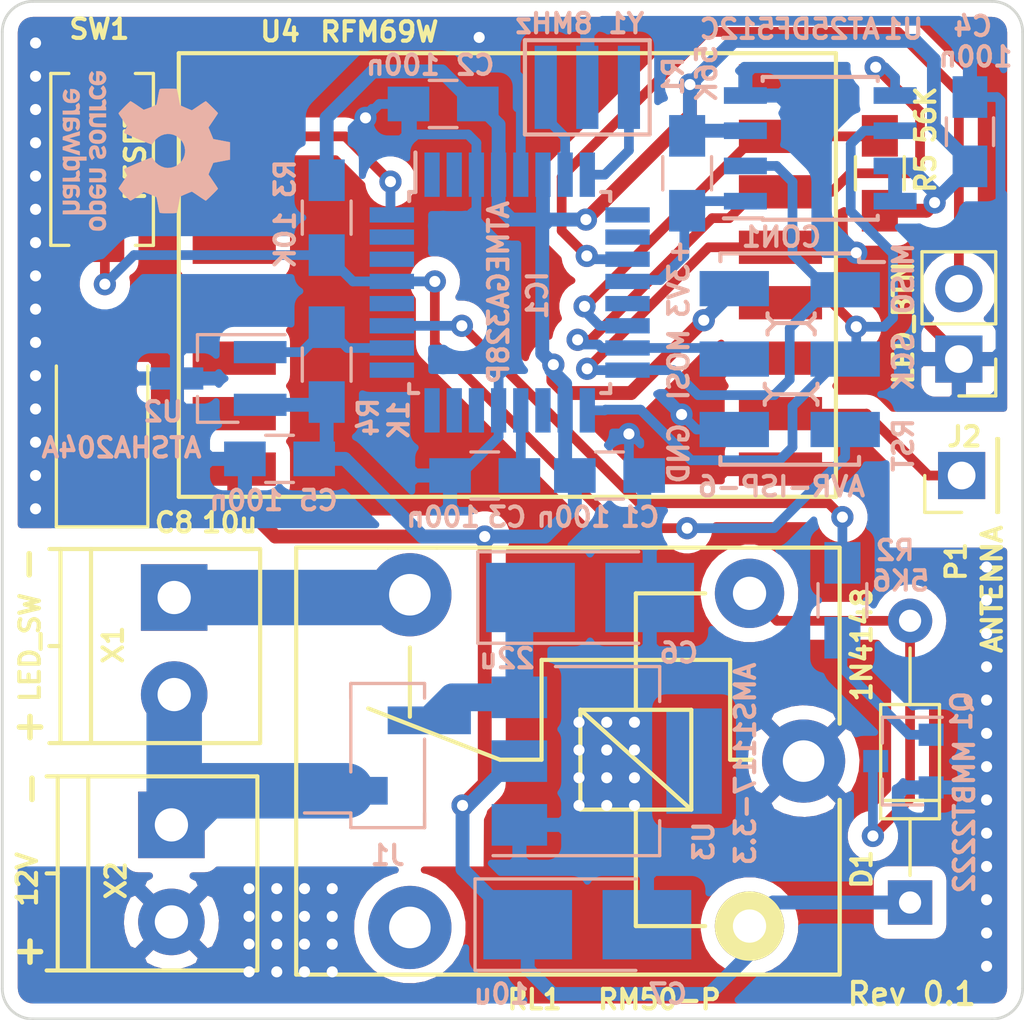
<source format=kicad_pcb>
(kicad_pcb (version 20170123) (host pcbnew no-vcs-found-feba091~58~ubuntu16.04.1)
  (layers (0 F.Cu signal) (31 B.Cu signal) (34 B.Paste user) (35 F.Paste user) (36 B.SilkS user) (37 F.SilkS user) (38 B.Mask user) (39 F.Mask user) (44 Edge.Cuts user))
  (net 0 "")
  (net 1 GND)
  (net 2 +3V3)
  (net 3 "Net-(C3-Pad2)")
  (net 4 "Net-(C6-Pad1)")
  (net 5 /MISO)
  (net 6 /SCK)
  (net 7 /RST)
  (net 8 /MOSI)
  (net 9 "Net-(D1-Pad2)")
  (net 10 /RFM69W_INT)
  (net 11 /LED_RELAY_CMD)
  (net 12 /ATSHA204A)
  (net 13 /RFM69W_SS)
  (net 14 /SPI_FLASH_SS)
  (net 15 "Net-(IC1-Pad8)")
  (net 16 "Net-(IC1-Pad7)")
  (net 17 /LED_12V)
  (net 18 "Net-(P1-Pad1)")
  (net 19 "Net-(Q1-Pad1)")
  (net 20 "Net-(RL1-Pad14)")
  (net 21 /LED_BTN)
  (module myfootprints:1pin (layer F.Cu) (at 146.7 87.5)
    (fp_text reference REF** hide)
    (fp_text value 1pin hide)
    (pad "" thru_hole circle (at 0 0) (size 0.8 0.8) (drill 0.4) (layers *.Cu) (net 1 GND))
  )
  (module myfootprints:1pin (layer F.Cu) (at 146.7 77.9)
    (fp_text reference REF** hide)
    (fp_text value 1pin hide)
    (pad "" thru_hole circle (at 0 0) (size 0.8 0.8) (drill 0.4) (layers *.Cu) (net 1 GND))
  )
  (module myfootprints:1pin (layer F.Cu) (at 146.7 86.3)
    (fp_text reference REF** hide)
    (fp_text value 1pin hide)
    (pad "" thru_hole circle (at 0 0) (size 0.8 0.8) (drill 0.4) (layers *.Cu) (net 1 GND))
  )
  (module myfootprints:1pin (layer F.Cu) (at 146.7 89.9)
    (fp_text reference REF** hide)
    (fp_text value 1pin hide)
    (pad "" thru_hole circle (at 0 0) (size 0.8 0.8) (drill 0.4) (layers *.Cu) (net 1 GND))
  )
  (module myfootprints:1pin (layer F.Cu) (at 146.7 79.1)
    (fp_text reference REF** hide)
    (fp_text value 1pin hide)
    (pad "" thru_hole circle (at 0 0) (size 0.8 0.8) (drill 0.4) (layers *.Cu) (net 1 GND))
  )
  (module myfootprints:1pin (layer F.Cu) (at 146.7 88.7)
    (fp_text reference REF** hide)
    (fp_text value 1pin hide)
    (pad "" thru_hole circle (at 0 0) (size 0.8 0.8) (drill 0.4) (layers *.Cu) (net 1 GND))
  )
  (module myfootprints:1pin (layer F.Cu) (at 146.7 82.7)
    (fp_text reference REF** hide)
    (fp_text value 1pin hide)
    (pad "" thru_hole circle (at 0 0) (size 0.8 0.8) (drill 0.4) (layers *.Cu) (net 1 GND))
  )
  (module myfootprints:1pin (layer F.Cu) (at 146.7 76.7)
    (fp_text reference REF** hide)
    (fp_text value 1pin hide)
    (pad "" thru_hole circle (at 0 0) (size 0.8 0.8) (drill 0.4) (layers *.Cu) (net 1 GND))
  )
  (module myfootprints:1pin (layer F.Cu) (at 146.7 81.5)
    (fp_text reference REF** hide)
    (fp_text value 1pin hide)
    (pad "" thru_hole circle (at 0 0) (size 0.8 0.8) (drill 0.4) (layers *.Cu) (net 1 GND))
  )
  (module myfootprints:1pin (layer F.Cu) (at 146.7 83.9)
    (fp_text reference REF** hide)
    (fp_text value 1pin hide)
    (pad "" thru_hole circle (at 0 0) (size 0.8 0.8) (drill 0.4) (layers *.Cu) (net 1 GND))
  )
  (module myfootprints:1pin (layer F.Cu) (at 146.7 80.3)
    (fp_text reference REF** hide)
    (fp_text value 1pin hide)
    (pad "" thru_hole circle (at 0 0) (size 0.8 0.8) (drill 0.4) (layers *.Cu) (net 1 GND))
  )
  (module myfootprints:1pin (layer F.Cu) (at 146.7 85.1)
    (fp_text reference REF** hide)
    (fp_text value 1pin hide)
    (pad "" thru_hole circle (at 0 0) (size 0.8 0.8) (drill 0.4) (layers *.Cu) (net 1 GND))
  )
  (module myfootprints:1pin (layer F.Cu) (at 146.7 91.1)
    (fp_text reference REF** hide)
    (fp_text value 1pin hide)
    (pad "" thru_hole circle (at 0 0) (size 0.8 0.8) (drill 0.4) (layers *.Cu) (net 1 GND))
  )
  (module myfootprints:1pin (layer F.Cu) (at 134 85.3)
    (fp_text reference REF** hide)
    (fp_text value 1pin hide)
    (pad "" thru_hole circle (at 0 0) (size 0.8 0.8) (drill 0.4) (layers *.Cu) (net 1 GND))
  )
  (module myfootprints:1pin (layer F.Cu) (at 133 85.3)
    (fp_text reference REF** hide)
    (fp_text value 1pin hide)
    (pad "" thru_hole circle (at 0 0) (size 0.8 0.8) (drill 0.4) (layers *.Cu) (net 1 GND))
  )
  (module myfootprints:1pin (layer F.Cu) (at 133 84.3)
    (fp_text reference REF** hide)
    (fp_text value 1pin hide)
    (pad "" thru_hole circle (at 0 0) (size 0.8 0.8) (drill 0.4) (layers *.Cu) (net 1 GND))
  )
  (module myfootprints:1pin (layer F.Cu) (at 134 83.3)
    (fp_text reference REF** hide)
    (fp_text value 1pin hide)
    (pad "" thru_hole circle (at 0 0) (size 0.8 0.8) (drill 0.4) (layers *.Cu) (net 1 GND))
  )
  (module myfootprints:1pin (layer F.Cu) (at 132 84.3)
    (fp_text reference REF** hide)
    (fp_text value 1pin hide)
    (pad "" thru_hole circle (at 0 0) (size 0.8 0.8) (drill 0.4) (layers *.Cu) (net 1 GND))
  )
  (module myfootprints:1pin (layer F.Cu) (at 134 84.3)
    (fp_text reference REF** hide)
    (fp_text value 1pin hide)
    (pad "" thru_hole circle (at 0 0) (size 0.8 0.8) (drill 0.4) (layers *.Cu) (net 1 GND))
  )
  (module myfootprints:1pin (layer F.Cu) (at 132 83.3)
    (fp_text reference REF** hide)
    (fp_text value 1pin hide)
    (pad "" thru_hole circle (at 0 0) (size 0.8 0.8) (drill 0.4) (layers *.Cu) (net 1 GND))
  )
  (module myfootprints:1pin (layer F.Cu) (at 132 82.3)
    (fp_text reference REF** hide)
    (fp_text value 1pin hide)
    (pad "" thru_hole circle (at 0 0) (size 0.8 0.8) (drill 0.4) (layers *.Cu) (net 1 GND))
  )
  (module myfootprints:1pin (layer F.Cu) (at 133 82.3)
    (fp_text reference REF** hide)
    (fp_text value 1pin hide)
    (pad "" thru_hole circle (at 0 0) (size 0.8 0.8) (drill 0.4) (layers *.Cu) (net 1 GND))
  )
  (module myfootprints:1pin (layer F.Cu) (at 134 82.3)
    (fp_text reference REF** hide)
    (fp_text value 1pin hide)
    (pad "" thru_hole circle (at 0 0) (size 0.8 0.8) (drill 0.4) (layers *.Cu) (net 1 GND))
  )
  (module myfootprints:1pin (layer F.Cu) (at 133 83.3)
    (fp_text reference REF** hide)
    (fp_text value 1pin hide)
    (pad "" thru_hole circle (at 0 0) (size 0.8 0.8) (drill 0.4) (layers *.Cu) (net 1 GND))
  )
  (module myfootprints:1pin (layer F.Cu) (at 132 85.3)
    (fp_text reference REF** hide)
    (fp_text value 1pin hide)
    (pad "" thru_hole circle (at 0 0) (size 0.8 0.8) (drill 0.4) (layers *.Cu) (net 1 GND))
  )
  (module myfootprints:1pin (layer F.Cu) (at 123.1 91.3)
    (fp_text reference REF** hide)
    (fp_text value 1pin hide)
    (pad "" thru_hole circle (at 0 0) (size 0.8 0.8) (drill 0.4) (layers *.Cu) (net 1 GND))
  )
  (module myfootprints:1pin (layer F.Cu) (at 122.1 91.3)
    (fp_text reference REF** hide)
    (fp_text value 1pin hide)
    (pad "" thru_hole circle (at 0 0) (size 0.8 0.8) (drill 0.4) (layers *.Cu) (net 1 GND))
  )
  (module myfootprints:1pin (layer F.Cu) (at 121.1 91.3)
    (fp_text reference REF** hide)
    (fp_text value 1pin hide)
    (pad "" thru_hole circle (at 0 0) (size 0.8 0.8) (drill 0.4) (layers *.Cu) (net 1 GND))
  )
  (module myfootprints:1pin (layer F.Cu) (at 120.1 91.3)
    (fp_text reference REF** hide)
    (fp_text value 1pin hide)
    (pad "" thru_hole circle (at 0 0) (size 0.8 0.8) (drill 0.4) (layers *.Cu) (net 1 GND))
  )
  (module myfootprints:1pin (layer F.Cu) (at 123.1 90.3)
    (fp_text reference REF** hide)
    (fp_text value 1pin hide)
    (pad "" thru_hole circle (at 0 0) (size 0.8 0.8) (drill 0.4) (layers *.Cu) (net 1 GND))
  )
  (module myfootprints:1pin (layer F.Cu) (at 122.1 90.3)
    (fp_text reference REF** hide)
    (fp_text value 1pin hide)
    (pad "" thru_hole circle (at 0 0) (size 0.8 0.8) (drill 0.4) (layers *.Cu) (net 1 GND))
  )
  (module myfootprints:1pin (layer F.Cu) (at 121.1 90.3)
    (fp_text reference REF** hide)
    (fp_text value 1pin hide)
    (pad "" thru_hole circle (at 0 0) (size 0.8 0.8) (drill 0.4) (layers *.Cu) (net 1 GND))
  )
  (module myfootprints:1pin (layer F.Cu) (at 120.1 90.3)
    (fp_text reference REF** hide)
    (fp_text value 1pin hide)
    (pad "" thru_hole circle (at 0 0) (size 0.8 0.8) (drill 0.4) (layers *.Cu) (net 1 GND))
  )
  (module myfootprints:1pin (layer F.Cu) (at 123.1 89.3)
    (fp_text reference REF** hide)
    (fp_text value 1pin hide)
    (pad "" thru_hole circle (at 0 0) (size 0.8 0.8) (drill 0.4) (layers *.Cu) (net 1 GND))
  )
  (module myfootprints:1pin (layer F.Cu) (at 122.1 89.3)
    (fp_text reference REF** hide)
    (fp_text value 1pin hide)
    (pad "" thru_hole circle (at 0 0) (size 0.8 0.8) (drill 0.4) (layers *.Cu) (net 1 GND))
  )
  (module myfootprints:1pin (layer F.Cu) (at 121.1 89.3)
    (fp_text reference REF** hide)
    (fp_text value 1pin hide)
    (pad "" thru_hole circle (at 0 0) (size 0.8 0.8) (drill 0.4) (layers *.Cu) (net 1 GND))
  )
  (module myfootprints:1pin (layer F.Cu) (at 120.1 89.3)
    (fp_text reference REF** hide)
    (fp_text value 1pin hide)
    (pad "" thru_hole circle (at 0 0) (size 0.8 0.8) (drill 0.4) (layers *.Cu) (net 1 GND))
  )
  (module myfootprints:1pin (layer F.Cu) (at 123.1 88.3)
    (fp_text reference REF** hide)
    (fp_text value 1pin hide)
    (pad "" thru_hole circle (at 0 0) (size 0.8 0.8) (drill 0.4) (layers *.Cu) (net 1 GND))
  )
  (module myfootprints:1pin (layer F.Cu) (at 122.1 88.3)
    (fp_text reference REF** hide)
    (fp_text value 1pin hide)
    (pad "" thru_hole circle (at 0 0) (size 0.8 0.8) (drill 0.4) (layers *.Cu) (net 1 GND))
  )
  (module myfootprints:1pin (layer F.Cu) (at 121.1 88.3)
    (fp_text reference REF** hide)
    (fp_text value 1pin hide)
    (pad "" thru_hole circle (at 0 0) (size 0.8 0.8) (drill 0.4) (layers *.Cu) (net 1 GND))
  )
  (module myfootprints:1pin (layer F.Cu) (at 120.1 88.3)
    (fp_text reference REF** hide)
    (fp_text value 1pin hide)
    (pad "" thru_hole circle (at 0 0) (size 0.8 0.8) (drill 0.4) (layers *.Cu) (net 1 GND))
  )
  (module myfootprints:1pin (layer F.Cu) (at 112.4 74.6)
    (fp_text reference REF** hide)
    (fp_text value 1pin hide)
    (pad "" thru_hole circle (at 0 0) (size 0.8 0.8) (drill 0.4) (layers *.Cu) (net 1 GND))
  )
  (module myfootprints:1pin (layer F.Cu) (at 112.4 73.4)
    (fp_text reference REF** hide)
    (fp_text value 1pin hide)
    (pad "" thru_hole circle (at 0 0) (size 0.8 0.8) (drill 0.4) (layers *.Cu) (net 1 GND))
  )
  (module myfootprints:1pin (layer F.Cu) (at 112.4 72.2)
    (fp_text reference REF** hide)
    (fp_text value 1pin hide)
    (pad "" thru_hole circle (at 0 0) (size 0.8 0.8) (drill 0.4) (layers *.Cu) (net 1 GND))
  )
  (module myfootprints:1pin (layer F.Cu) (at 112.4 71)
    (fp_text reference REF** hide)
    (fp_text value 1pin hide)
    (pad "" thru_hole circle (at 0 0) (size 0.8 0.8) (drill 0.4) (layers *.Cu) (net 1 GND))
  )
  (module myfootprints:1pin (layer F.Cu) (at 112.4 69.8)
    (fp_text reference REF** hide)
    (fp_text value 1pin hide)
    (pad "" thru_hole circle (at 0 0) (size 0.8 0.8) (drill 0.4) (layers *.Cu) (net 1 GND))
  )
  (module myfootprints:1pin (layer F.Cu) (at 112.4 68.6)
    (fp_text reference REF** hide)
    (fp_text value 1pin hide)
    (pad "" thru_hole circle (at 0 0) (size 0.8 0.8) (drill 0.4) (layers *.Cu) (net 1 GND))
  )
  (module myfootprints:1pin (layer F.Cu) (at 112.4 67.4)
    (fp_text reference REF** hide)
    (fp_text value 1pin hide)
    (pad "" thru_hole circle (at 0 0) (size 0.8 0.8) (drill 0.4) (layers *.Cu) (net 1 GND))
  )
  (module myfootprints:1pin (layer F.Cu) (at 112.4 66.2)
    (fp_text reference REF** hide)
    (fp_text value 1pin hide)
    (pad "" thru_hole circle (at 0 0) (size 0.8 0.8) (drill 0.4) (layers *.Cu) (net 1 GND))
  )
  (module myfootprints:1pin (layer F.Cu) (at 112.4 65)
    (fp_text reference REF** hide)
    (fp_text value 1pin hide)
    (pad "" thru_hole circle (at 0 0) (size 0.8 0.8) (drill 0.4) (layers *.Cu) (net 1 GND))
  )
  (module myfootprints:1pin (layer F.Cu) (at 112.4 63.8)
    (fp_text reference REF** hide)
    (fp_text value 1pin hide)
    (pad "" thru_hole circle (at 0 0) (size 0.8 0.8) (drill 0.4) (layers *.Cu) (net 1 GND))
  )
  (module myfootprints:1pin (layer F.Cu) (at 112.4 62.6)
    (fp_text reference REF** hide)
    (fp_text value 1pin hide)
    (pad "" thru_hole circle (at 0 0) (size 0.8 0.8) (drill 0.4) (layers *.Cu) (net 1 GND))
  )
  (module myfootprints:1pin (layer F.Cu) (at 112.4 61.4)
    (fp_text reference REF** hide)
    (fp_text value 1pin hide)
    (pad "" thru_hole circle (at 0 0) (size 0.8 0.8) (drill 0.4) (layers *.Cu) (net 1 GND))
  )
  (module myfootprints:1pin (layer F.Cu) (at 112.4 60.2)
    (fp_text reference REF** hide)
    (fp_text value 1pin hide)
    (pad "" thru_hole circle (at 0 0) (size 0.8 0.8) (drill 0.4) (layers *.Cu) (net 1 GND))
  )
  (module myfootprints:1pin (layer F.Cu) (at 112.4 59)
    (fp_text reference REF** hide)
    (fp_text value 1pin hide)
    (pad "" thru_hole circle (at 0 0) (size 0.8 0.8) (drill 0.4) (layers *.Cu) (net 1 GND))
  )
  (module myfootprints:1pin (layer F.Cu) (at 112.4 57.8)
    (fp_text reference REF** hide)
    (fp_text value 1pin hide)
    (pad "" thru_hole circle (at 0 0) (size 0.8 0.8) (drill 0.4) (layers *.Cu) (net 1 GND))
  )
  (module Symbols:OSHW-Logo_5.7x6mm_SilkScreen (layer B.Cu) (at 116.4 61.7 90)
    (fp_text reference REF*** hide)
    (fp_text value OSHW-Logo_5.7x6mm_SilkScreen hide)
  )
  (module Buttons_Switches_SMD:SW_SPST_EVQPE1 (layer F.Cu) (at 114.8 62 90)
    (fp_text reference SW1 (at 4.7 -0.1 180) (layer F.SilkS) (effects (font (size 0.7 0.7))))
    (fp_text value RESET (at 0.1 1.2 90) (layer F.SilkS) (effects (font (size 0.7 0.7))))
    (pad 2 smd rect (at 2.7 0 90) (size 2 1.6) (layers F.Cu F.Paste F.Mask) (net 1 GND))
    (pad 1 smd rect (at -2.7 0 90) (size 2 1.6) (layers F.Cu F.Paste F.Mask) (net 7 /RST))
  )
  (module Pin_Headers:Pin_Header_Straight_1x02_Pitch2.54mm_SMD_Pin1Left (layer B.Cu) (at 125.1 83.5)
    (fp_text reference J1 (at 0 3.6) (layer B.SilkS) (effects (font (size 0.7 0.7)) (justify mirror)))
    (fp_text value CONN_01X02 hide)
    (pad 1 smd rect (at -1.5 1.27) (size 3 1) (layers B.Cu B.Paste B.Mask) (net 17 /LED_12V))
    (pad 2 smd rect (at 1.5 -1.27) (size 3 1) (layers B.Cu B.Paste B.Mask) (net 4 "Net-(C6-Pad1)"))
  )
  (module Capacitors_SMD:C_0805_HandSoldering (layer B.Cu) (at 133.1 73.4 180)
    (fp_text reference C1 (at -1.1 -1.5 180) (layer B.SilkS) (effects (font (size 0.7 0.7)) (justify mirror)))
    (fp_text value 100n (at 1.3 -1.5 180) (layer B.SilkS) (effects (font (size 0.7 0.7)) (justify mirror)))
    (pad 1 smd rect (at -1.25 0 180) (size 1.5 1.25) (layers B.Cu B.Paste B.Mask) (net 1 GND))
    (pad 2 smd rect (at 1.25 0 180) (size 1.5 1.25) (layers B.Cu B.Paste B.Mask) (net 2 +3V3))
  )
  (module Capacitors_SMD:C_0805_HandSoldering (layer B.Cu) (at 127.1 60)
    (fp_text reference C2 (at 1.15 -1.4) (layer B.SilkS) (effects (font (size 0.7 0.7)) (justify mirror)))
    (fp_text value 100n (at -1.45 -1.4) (layer B.SilkS) (effects (font (size 0.7 0.7)) (justify mirror)))
    (pad 2 smd rect (at 1.25 0) (size 1.5 1.25) (layers B.Cu B.Paste B.Mask) (net 2 +3V3))
    (pad 1 smd rect (at -1.25 0) (size 1.5 1.25) (layers B.Cu B.Paste B.Mask) (net 1 GND))
  )
  (module Capacitors_SMD:C_0805_HandSoldering (layer B.Cu) (at 128.6 73.4)
    (fp_text reference C3 (at 0.8 1.5) (layer B.SilkS) (effects (font (size 0.7 0.7)) (justify mirror)))
    (fp_text value 100n (at -1.5 1.5) (layer B.SilkS) (effects (font (size 0.7 0.7)) (justify mirror)))
    (pad 2 smd rect (at 1.25 0) (size 1.5 1.25) (layers B.Cu B.Paste B.Mask) (net 3 "Net-(C3-Pad2)"))
    (pad 1 smd rect (at -1.25 0) (size 1.5 1.25) (layers B.Cu B.Paste B.Mask) (net 1 GND))
  )
  (module Capacitors_SMD:C_0805_HandSoldering (layer B.Cu) (at 146.1 61 90)
    (fp_text reference C4 (at 3.8 0.1 180) (layer B.SilkS) (effects (font (size 0.7 0.7)) (justify mirror)))
    (fp_text value 100n (at 2.7 0.2 180) (layer B.SilkS) (effects (font (size 0.7 0.7)) (justify mirror)))
    (pad 1 smd rect (at -1.25 0 90) (size 1.5 1.25) (layers B.Cu B.Paste B.Mask) (net 2 +3V3))
    (pad 2 smd rect (at 1.25 0 90) (size 1.5 1.25) (layers B.Cu B.Paste B.Mask) (net 1 GND))
  )
  (module Capacitors_SMD:C_0805_HandSoldering (layer B.Cu) (at 121.2 72.8 180)
    (fp_text reference C5 (at -1.4 -1.5 180) (layer B.SilkS) (effects (font (size 0.7 0.7)) (justify mirror)))
    (fp_text value 100n (at 1.2 -1.5 180) (layer B.SilkS) (effects (font (size 0.7 0.7)) (justify mirror)))
    (pad 2 smd rect (at 1.25 0 180) (size 1.5 1.25) (layers B.Cu B.Paste B.Mask) (net 1 GND))
    (pad 1 smd rect (at -1.25 0 180) (size 1.5 1.25) (layers B.Cu B.Paste B.Mask) (net 2 +3V3))
  )
  (module Capacitors_Tantalum_SMD:CP_Tantalum_Case-B_EIA-3528-21_Hand (layer B.Cu) (at 132.4 77.8)
    (fp_text reference C6 (at 3.2 2) (layer B.SilkS) (effects (font (size 0.7 0.7)) (justify mirror)))
    (fp_text value 22u (at -3 2.2) (layer B.SilkS) (effects (font (size 0.7 0.7)) (justify mirror)))
    (pad 1 smd rect (at -2.15 0) (size 3.2 2.5) (layers B.Cu B.Paste B.Mask) (net 4 "Net-(C6-Pad1)"))
    (pad 2 smd rect (at 2.15 0) (size 3.2 2.5) (layers B.Cu B.Paste B.Mask) (net 1 GND))
  )
  (module Capacitors_Tantalum_SMD:CP_Tantalum_Case-B_EIA-3528-21_Hand (layer B.Cu) (at 132.3 89.6)
    (fp_text reference C7 (at 2.9 2.5) (layer B.SilkS) (effects (font (size 0.7 0.7)) (justify mirror)))
    (fp_text value 10u (at -3.1 2.5) (layer B.SilkS) (effects (font (size 0.7 0.7)) (justify mirror)))
    (pad 2 smd rect (at 2.15 0) (size 3.2 2.5) (layers B.Cu B.Paste B.Mask) (net 1 GND))
    (pad 1 smd rect (at -2.15 0) (size 3.2 2.5) (layers B.Cu B.Paste B.Mask) (net 2 +3V3))
  )
  (module Capacitors_Tantalum_SMD:CP_Tantalum_Case-B_EIA-3528-21_Hand (layer F.Cu) (at 114.8 71.2 90)
    (fp_text reference C8 (at -3.9 2.6 180) (layer F.SilkS) (effects (font (size 0.7 0.7))))
    (fp_text value 10u (at -3.9 4.6 180) (layer F.SilkS) (effects (font (size 0.7 0.7))))
    (pad 2 smd rect (at 2.15 0 90) (size 3.2 2.5) (layers F.Cu F.Paste F.Mask) (net 1 GND))
    (pad 1 smd rect (at -2.15 0 90) (size 3.2 2.5) (layers F.Cu F.Paste F.Mask) (net 2 +3V3))
  )
  (module myfootprints:AVR_ISP_SMT_Small_02x03 (layer B.Cu) (at 139.6 69.2 270)
    (fp_text reference CON1 (at -4.4 0.3 180) (layer B.SilkS) (effects (font (size 0.7 0.7)) (justify mirror)))
    (fp_text value AVR-ISP-6 (at 4.6 0.3 180) (layer B.SilkS) (effects (font (size 0.7 0.7)) (justify mirror)))
    (pad 1 smd rect (at -2.5 -2 270) (size 1.27 2.5) (layers B.Cu B.Paste B.Mask) (net 5 /MISO))
    (pad 3 smd rect (at 0 -2 270) (size 1.27 2.5) (layers B.Cu B.Paste B.Mask) (net 6 /SCK))
    (pad 5 smd rect (at 2.54 -2 270) (size 1.27 2.5) (layers B.Cu B.Paste B.Mask) (net 7 /RST))
    (pad 6 smd rect (at 2.54 2 270) (size 1.27 2.5) (layers B.Cu B.Paste B.Mask) (net 1 GND))
    (pad 4 smd rect (at 0 2 270) (size 1.27 2.5) (layers B.Cu B.Paste B.Mask) (net 8 /MOSI))
    (pad 2 smd rect (at -2.54 2 270) (size 1.27 2.5) (layers B.Cu B.Paste B.Mask) (net 2 +3V3))
  )
  (module Diodes_ThroughHole:D_DO-35_SOD27_P10.16mm_Horizontal (layer F.Cu) (at 143.94 88.8 90)
    (fp_text reference D1 (at 1.2 -1.74 90) (layer F.SilkS) (effects (font (size 0.7 0.7))))
    (fp_text value 1N4148 (at 9.3 -1.74 90) (layer F.SilkS) (effects (font (size 0.7 0.7))))
    (pad 2 thru_hole oval (at 10.16 0 90) (size 1.6 1.6) (drill 0.8) (layers *.Cu *.Mask) (net 9 "Net-(D1-Pad2)"))
    (pad 1 thru_hole rect (at 0 0 90) (size 1.6 1.6) (drill 0.8) (layers *.Cu *.Mask) (net 2 +3V3))
  )
  (module Housings_QFP:TQFP-32_7x7mm_Pitch0.8mm (layer B.Cu) (at 129.5 66.8 270)
    (fp_text reference IC1 hide)
    (fp_text value ATMEGA328P (at 0 0.4 270) (layer B.SilkS) (effects (font (size 0.7 0.7)) (justify mirror)))
    (fp_text user %R (at 0.1 -1 270) (layer B.SilkS) (effects (font (size 0.7 0.7)) (justify mirror)))
    (pad 32 smd rect (at -2.8 4.25 180) (size 1.6 0.55) (layers B.Cu B.Paste B.Mask) (net 10 /RFM69W_INT))
    (pad 31 smd rect (at -2 4.25 180) (size 1.6 0.55) (layers B.Cu B.Paste B.Mask))
    (pad 30 smd rect (at -1.2 4.25 180) (size 1.6 0.55) (layers B.Cu B.Paste B.Mask))
    (pad 29 smd rect (at -0.4 4.25 180) (size 1.6 0.55) (layers B.Cu B.Paste B.Mask) (net 7 /RST))
    (pad 28 smd rect (at 0.4 4.25 180) (size 1.6 0.55) (layers B.Cu B.Paste B.Mask))
    (pad 27 smd rect (at 1.2 4.25 180) (size 1.6 0.55) (layers B.Cu B.Paste B.Mask) (net 11 /LED_RELAY_CMD))
    (pad 26 smd rect (at 2 4.25 180) (size 1.6 0.55) (layers B.Cu B.Paste B.Mask) (net 12 /ATSHA204A))
    (pad 25 smd rect (at 2.8 4.25 180) (size 1.6 0.55) (layers B.Cu B.Paste B.Mask))
    (pad 24 smd rect (at 4.25 2.8 270) (size 1.6 0.55) (layers B.Cu B.Paste B.Mask))
    (pad 23 smd rect (at 4.25 2 270) (size 1.6 0.55) (layers B.Cu B.Paste B.Mask))
    (pad 22 smd rect (at 4.25 1.2 270) (size 1.6 0.55) (layers B.Cu B.Paste B.Mask))
    (pad 21 smd rect (at 4.25 0.4 270) (size 1.6 0.55) (layers B.Cu B.Paste B.Mask) (net 1 GND))
    (pad 20 smd rect (at 4.25 -0.4 270) (size 1.6 0.55) (layers B.Cu B.Paste B.Mask) (net 3 "Net-(C3-Pad2)"))
    (pad 19 smd rect (at 4.25 -1.2 270) (size 1.6 0.55) (layers B.Cu B.Paste B.Mask))
    (pad 18 smd rect (at 4.25 -2 270) (size 1.6 0.55) (layers B.Cu B.Paste B.Mask) (net 2 +3V3))
    (pad 17 smd rect (at 4.25 -2.8 270) (size 1.6 0.55) (layers B.Cu B.Paste B.Mask) (net 6 /SCK))
    (pad 16 smd rect (at 2.8 -4.25 180) (size 1.6 0.55) (layers B.Cu B.Paste B.Mask) (net 5 /MISO))
    (pad 15 smd rect (at 2 -4.25 180) (size 1.6 0.55) (layers B.Cu B.Paste B.Mask) (net 8 /MOSI))
    (pad 14 smd rect (at 1.2 -4.25 180) (size 1.6 0.55) (layers B.Cu B.Paste B.Mask) (net 13 /RFM69W_SS))
    (pad 13 smd rect (at 0.4 -4.25 180) (size 1.6 0.55) (layers B.Cu B.Paste B.Mask))
    (pad 12 smd rect (at -0.4 -4.25 180) (size 1.6 0.55) (layers B.Cu B.Paste B.Mask) (net 14 /SPI_FLASH_SS))
    (pad 11 smd rect (at -1.2 -4.25 180) (size 1.6 0.55) (layers B.Cu B.Paste B.Mask) (net 21 /LED_BTN))
    (pad 10 smd rect (at -2 -4.25 180) (size 1.6 0.55) (layers B.Cu B.Paste B.Mask))
    (pad 9 smd rect (at -2.8 -4.25 180) (size 1.6 0.55) (layers B.Cu B.Paste B.Mask))
    (pad 8 smd rect (at -4.25 -2.8 270) (size 1.6 0.55) (layers B.Cu B.Paste B.Mask) (net 15 "Net-(IC1-Pad8)"))
    (pad 7 smd rect (at -4.25 -2 270) (size 1.6 0.55) (layers B.Cu B.Paste B.Mask) (net 16 "Net-(IC1-Pad7)"))
    (pad 6 smd rect (at -4.25 -1.2 270) (size 1.6 0.55) (layers B.Cu B.Paste B.Mask) (net 2 +3V3))
    (pad 5 smd rect (at -4.25 -0.4 270) (size 1.6 0.55) (layers B.Cu B.Paste B.Mask) (net 1 GND))
    (pad 4 smd rect (at -4.25 0.4 270) (size 1.6 0.55) (layers B.Cu B.Paste B.Mask) (net 2 +3V3))
    (pad 3 smd rect (at -4.25 1.2 270) (size 1.6 0.55) (layers B.Cu B.Paste B.Mask) (net 1 GND))
    (pad 2 smd rect (at -4.25 2 270) (size 1.6 0.55) (layers B.Cu B.Paste B.Mask))
    (pad 1 smd rect (at -4.25 2.8 270) (size 1.6 0.55) (layers B.Cu B.Paste B.Mask))
  )
  (module Pin_Headers:Pin_Header_Straight_1x01_Pitch2.54mm (layer F.Cu) (at 145.8 73.4 90)
    (fp_text reference P1 (at -3.1 -0.2 90) (layer F.SilkS) (effects (font (size 0.7 0.7))))
    (fp_text value ANTENNA (at -4.1 1.1 90) (layer F.SilkS) (effects (font (size 0.7 0.7))))
    (pad 1 thru_hole rect (at 0 0 90) (size 1.7 1.7) (drill 1) (layers *.Cu *.Mask) (net 18 "Net-(P1-Pad1)"))
  )
  (module TO_SOT_Packages_SMD:SOT-23 (layer B.Cu) (at 143.7 83.7 180)
    (fp_text reference Q1 (at -2.1 1.8 270) (layer B.SilkS) (effects (font (size 0.7 0.7)) (justify mirror)))
    (fp_text value MMBT2222 (at -2.2 -2 270) (layer B.SilkS) (effects (font (size 0.7 0.7)) (justify mirror)))
    (pad 3 smd rect (at 1 0 180) (size 0.9 0.8) (layers B.Cu B.Paste B.Mask) (net 9 "Net-(D1-Pad2)"))
    (pad 2 smd rect (at -1 -0.95 180) (size 0.9 0.8) (layers B.Cu B.Paste B.Mask) (net 1 GND))
    (pad 1 smd rect (at -1 0.95 180) (size 0.9 0.8) (layers B.Cu B.Paste B.Mask) (net 19 "Net-(Q1-Pad1)"))
  )
  (module Resistors_SMD:R_0805_HandSoldering (layer B.Cu) (at 135.9 62.5 90)
    (fp_text reference R1 (at 3.5 -0.5 90) (layer B.SilkS) (effects (font (size 0.7 0.7)) (justify mirror)))
    (fp_text value 56K (at 3.6 0.7 90) (layer B.SilkS) (effects (font (size 0.7 0.7)) (justify mirror)))
    (pad 1 smd rect (at -1.35 0 90) (size 1.5 1.3) (layers B.Cu B.Paste B.Mask) (net 14 /SPI_FLASH_SS))
    (pad 2 smd rect (at 1.35 0 90) (size 1.5 1.3) (layers B.Cu B.Paste B.Mask) (net 2 +3V3))
  )
  (module Resistors_SMD:R_0805_HandSoldering (layer B.Cu) (at 141.5 77.9 90)
    (fp_text reference R2 (at 1.8 1.9 180) (layer B.SilkS) (effects (font (size 0.7 0.7)) (justify mirror)))
    (fp_text value 5K6 (at 0.7 2.1 180) (layer B.SilkS) (effects (font (size 0.7 0.7)) (justify mirror)))
    (pad 2 smd rect (at 1.35 0 90) (size 1.5 1.3) (layers B.Cu B.Paste B.Mask) (net 11 /LED_RELAY_CMD))
    (pad 1 smd rect (at -1.35 0 90) (size 1.5 1.3) (layers B.Cu B.Paste B.Mask) (net 19 "Net-(Q1-Pad1)"))
  )
  (module Resistors_SMD:R_0805_HandSoldering (layer B.Cu) (at 122.9 64.1 270)
    (fp_text reference R3 (at -1.4 1.5 270) (layer B.SilkS) (effects (font (size 0.7 0.7)) (justify mirror)))
    (fp_text value 10K (at 0.8 1.5 270) (layer B.SilkS) (effects (font (size 0.7 0.7)) (justify mirror)))
    (pad 2 smd rect (at 1.35 0 270) (size 1.5 1.3) (layers B.Cu B.Paste B.Mask) (net 7 /RST))
    (pad 1 smd rect (at -1.35 0 270) (size 1.5 1.3) (layers B.Cu B.Paste B.Mask) (net 2 +3V3))
  )
  (module Resistors_SMD:R_0805_HandSoldering (layer B.Cu) (at 122.9 69.4 270)
    (fp_text reference R4 (at 1.9 -1.5 270) (layer B.SilkS) (effects (font (size 0.7 0.7)) (justify mirror)))
    (fp_text value 1K (at 2 -2.6 270) (layer B.SilkS) (effects (font (size 0.7 0.7)) (justify mirror)))
    (pad 2 smd rect (at 1.35 0 270) (size 1.5 1.3) (layers B.Cu B.Paste B.Mask) (net 2 +3V3))
    (pad 1 smd rect (at -1.35 0 270) (size 1.5 1.3) (layers B.Cu B.Paste B.Mask) (net 12 /ATSHA204A))
  )
  (module Resistors_SMD:R_0805_HandSoldering (layer F.Cu) (at 142.85 62.5 270)
    (fp_text reference R5 (at 0 -1.65 270) (layer F.SilkS) (effects (font (size 0.7 0.7))))
    (fp_text value 56K (at -2.1 -1.65 270) (layer F.SilkS) (effects (font (size 0.7 0.7))))
    (pad 1 smd rect (at -1.35 0 270) (size 1.5 1.3) (layers F.Cu F.Paste F.Mask) (net 13 /RFM69W_SS))
    (pad 2 smd rect (at 1.35 0 270) (size 1.5 1.3) (layers F.Cu F.Paste F.Mask) (net 2 +3V3))
  )
  (module myfootprints:RM50_P (layer F.Cu) (at 140.1 83.7 180)
    (fp_text reference RL1 (at 9.7 -8.6 180) (layer F.SilkS) (effects (font (size 0.7 0.7))))
    (fp_text value RM50-P (at 5.2 -8.6 180) (layer F.SilkS) (effects (font (size 0.7 0.7))))
    (pad A2 thru_hole circle (at 1.95 6.05 270) (size 2.5 2.5) (drill 1.2) (layers *.Cu *.Mask) (net 9 "Net-(D1-Pad2)"))
    (pad A1 thru_hole circle (at 1.95 -5.95 270) (size 2.5 2.5) (drill 1.2) (layers *.Cu *.Mask F.SilkS) (net 2 +3V3))
    (pad 11 thru_hole circle (at 0 0 270) (size 3 3) (drill 1.5) (layers *.Cu *.Mask) (net 1 GND))
    (pad 14 thru_hole circle (at 14.2 6 270) (size 3 3) (drill 1.5) (layers *.Cu *.Mask) (net 20 "Net-(RL1-Pad14)"))
    (pad 12 thru_hole circle (at 14.2 -6 270) (size 3 3) (drill 1.5) (layers *.Cu *.Mask))
  )
  (module Housings_SOIC:SOIC-8_3.9x4.9mm_Pitch1.27mm (layer B.Cu) (at 140.7 61.6)
    (fp_text reference U1 (at 3 -4.3) (layer B.SilkS) (effects (font (size 0.7 0.7)) (justify mirror)))
    (fp_text value AT25DF512C (at -1.1 -4.3) (layer B.SilkS) (effects (font (size 0.7 0.7)) (justify mirror)))
    (pad 8 smd rect (at 2.7 1.905) (size 1.55 0.6) (layers B.Cu B.Paste B.Mask) (net 2 +3V3))
    (pad 7 smd rect (at 2.7 0.635) (size 1.55 0.6) (layers B.Cu B.Paste B.Mask) (net 2 +3V3))
    (pad 6 smd rect (at 2.7 -0.635) (size 1.55 0.6) (layers B.Cu B.Paste B.Mask) (net 6 /SCK))
    (pad 5 smd rect (at 2.7 -1.905) (size 1.55 0.6) (layers B.Cu B.Paste B.Mask) (net 8 /MOSI))
    (pad 4 smd rect (at -2.7 -1.905) (size 1.55 0.6) (layers B.Cu B.Paste B.Mask) (net 1 GND))
    (pad 3 smd rect (at -2.7 -0.635) (size 1.55 0.6) (layers B.Cu B.Paste B.Mask) (net 2 +3V3))
    (pad 2 smd rect (at -2.7 0.635) (size 1.55 0.6) (layers B.Cu B.Paste B.Mask) (net 5 /MISO))
    (pad 1 smd rect (at -2.7 1.905) (size 1.55 0.6) (layers B.Cu B.Paste B.Mask) (net 14 /SPI_FLASH_SS))
  )
  (module TO_SOT_Packages_SMD:SOT-23_Handsoldering (layer B.Cu) (at 119 69.9 180)
    (fp_text reference U2 (at 2 -1.2 180) (layer B.SilkS) (effects (font (size 0.7 0.7)) (justify mirror)))
    (fp_text value ATSHA204A (at 3.5 -2.5 180) (layer B.SilkS) (effects (font (size 0.7 0.7)) (justify mirror)))
    (pad 3 smd rect (at 1.5 0 180) (size 1.9 0.8) (layers B.Cu B.Paste B.Mask) (net 1 GND))
    (pad 2 smd rect (at -1.5 -0.95 180) (size 1.9 0.8) (layers B.Cu B.Paste B.Mask) (net 2 +3V3))
    (pad 1 smd rect (at -1.5 0.95 180) (size 1.9 0.8) (layers B.Cu B.Paste B.Mask) (net 12 /ATSHA204A))
  )
  (module TO_SOT_Packages_SMD:SOT-223 (layer B.Cu) (at 133 83.7)
    (fp_text reference U3 (at 3.5 2.9 90) (layer B.SilkS) (effects (font (size 0.7 0.7)) (justify mirror)))
    (fp_text value AMS1117-3.3 (at 5 0.1 90) (layer B.SilkS) (effects (font (size 0.7 0.7)) (justify mirror)))
    (pad 1 smd rect (at -3.15 2.3) (size 2 1.5) (layers B.Cu B.Paste B.Mask) (net 1 GND))
    (pad 3 smd rect (at -3.15 -2.3) (size 2 1.5) (layers B.Cu B.Paste B.Mask) (net 4 "Net-(C6-Pad1)"))
    (pad 2 smd rect (at -3.15 0) (size 2 1.5) (layers B.Cu B.Paste B.Mask) (net 2 +3V3))
    (pad 4 smd rect (at 3.15 0) (size 2 3.8) (layers B.Cu B.Paste B.Mask))
  )
  (module mysensors_radios:RFM69HW_SMD_Handsoldering (layer F.Cu) (at 120.965935 59.168221)
    (fp_text reference U4 (at 0.254 -1.778) (layer F.SilkS) (effects (font (size 0.7 0.7))))
    (fp_text value RFM69W (at 3.834065 -1.768221) (layer F.SilkS) (effects (font (size 0.7 0.7))))
    (pad 16 smd rect (at 18.3 0) (size 3 1.2) (layers F.Cu F.Paste F.Mask))
    (pad 15 smd rect (at 18.3 2) (size 3 1.2) (layers F.Cu F.Paste F.Mask) (net 13 /RFM69W_SS))
    (pad 14 smd rect (at 18.3 4) (size 3 1.2) (layers F.Cu F.Paste F.Mask) (net 8 /MOSI))
    (pad 13 smd rect (at 18.3 6) (size 3 1.2) (layers F.Cu F.Paste F.Mask) (net 5 /MISO))
    (pad 12 smd rect (at 18.3 8) (size 3 1.2) (layers F.Cu F.Paste F.Mask) (net 6 /SCK))
    (pad 11 smd rect (at 18.3 10) (size 3 1.2) (layers F.Cu F.Paste F.Mask) (net 1 GND))
    (pad 10 smd rect (at 18.3 12) (size 3 1.2) (layers F.Cu F.Paste F.Mask) (net 18 "Net-(P1-Pad1)"))
    (pad 9 smd rect (at 18.3 14) (size 3 1.2) (layers F.Cu F.Paste F.Mask) (net 1 GND))
    (pad 8 smd rect (at -1.4 14) (size 3 1.2) (layers F.Cu F.Paste F.Mask) (net 2 +3V3))
    (pad 7 smd rect (at -1.4 12) (size 3 1.2) (layers F.Cu F.Paste F.Mask))
    (pad 6 smd rect (at -1.4 10) (size 3 1.2) (layers F.Cu F.Paste F.Mask))
    (pad 5 smd rect (at -1.4 8) (size 3 1.2) (layers F.Cu F.Paste F.Mask))
    (pad 4 smd rect (at -1.4 6) (size 3 1.2) (layers F.Cu F.Paste F.Mask))
    (pad 3 smd rect (at -1.4 4) (size 3 1.2) (layers F.Cu F.Paste F.Mask))
    (pad 2 smd rect (at -1.4 2) (size 3 1.2) (layers F.Cu F.Paste F.Mask) (net 10 /RFM69W_INT))
    (pad 1 smd rect (at -1.4 0) (size 3 1.2) (layers F.Cu F.Paste F.Mask))
  )
  (module Terminal_Blocks:TerminalBlock_Pheonix_PT-3.5mm_2pol (layer F.Cu) (at 117.4 77.8 270)
    (fp_text reference X1 (at 1.7 2.2 270) (layer F.SilkS) (effects (font (size 0.7 0.7))))
    (fp_text value LED_SW (at 1.8 5.2 270) (layer F.SilkS) (effects (font (size 0.7 0.7))))
    (pad 1 thru_hole rect (at 0 0 270) (size 2.4 2.4) (drill 1.2) (layers *.Cu *.Mask) (net 20 "Net-(RL1-Pad14)"))
    (pad 2 thru_hole circle (at 3.5 0 270) (size 2.4 2.4) (drill 1.2) (layers *.Cu *.Mask) (net 17 /LED_12V))
  )
  (module Terminal_Blocks:TerminalBlock_Pheonix_PT-3.5mm_2pol (layer F.Cu) (at 117.3 86 270)
    (fp_text reference X2 (at 2 2 270) (layer F.SilkS) (effects (font (size 0.7 0.7))))
    (fp_text value "12V " (at 1.7 5.2 270) (layer F.SilkS) (effects (font (size 0.7 0.7))))
    (pad 2 thru_hole circle (at 3.5 0 270) (size 2.4 2.4) (drill 1.2) (layers *.Cu *.Mask) (net 1 GND))
    (pad 1 thru_hole rect (at 0 0 270) (size 2.4 2.4) (drill 1.2) (layers *.Cu *.Mask) (net 17 /LED_12V))
  )
  (module myfootprints:ZTTCR-3 (layer B.Cu) (at 132.3 59.4 180)
    (fp_text reference Y1 (at -1.4 2.3 180) (layer B.SilkS) (effects (font (size 0.7 0.7)) (justify mirror)))
    (fp_text value 8MHz (at 1.2 2.3 180) (layer B.SilkS) (effects (font (size 0.7 0.7)) (justify mirror)))
    (pad 3 smd rect (at 1.5 0 180) (size 0.8 3) (layers B.Cu B.Paste B.Mask) (net 16 "Net-(IC1-Pad7)"))
    (pad 2 smd rect (at 0 0 180) (size 0.8 3) (layers B.Cu B.Paste B.Mask) (net 1 GND))
    (pad 1 smd rect (at -1.5 0 180) (size 0.8 3) (layers B.Cu B.Paste B.Mask) (net 15 "Net-(IC1-Pad8)"))
  )
  (module Pin_Headers:Pin_Header_Straight_1x02_Pitch2.54mm (layer F.Cu) (at 145.7 69.2 180)
    (fp_text reference J2 (at -0.2 -2.8 180) (layer F.SilkS) (effects (font (size 0.7 0.7))))
    (fp_text value LED_BTN (at 2 1.3 270) (layer F.SilkS) (effects (font (size 0.7 0.7))))
    (pad 2 thru_hole oval (at 0 2.54 180) (size 1.7 1.7) (drill 1) (layers *.Cu *.Mask) (net 21 /LED_BTN))
    (pad 1 thru_hole rect (at 0 0 180) (size 1.7 1.7) (drill 1) (layers *.Cu *.Mask) (net 1 GND))
  )
  (gr_arc (start 146.9 91.9) (end 146.9 93) (angle -90) (layer Edge.Cuts) (width 0.1))
  (gr_arc (start 112.3 57.4) (end 112.3 56.3) (angle -90) (layer Edge.Cuts) (width 0.1))
  (gr_text MOSI (at 135.6 69.4 90) (layer B.SilkS) (effects (font (size 0.7 0.7)) (justify mirror)))
  (gr_text GND (at 135.6 72.6 90) (layer B.SilkS) (effects (font (size 0.7 0.7)) (justify mirror)))
  (gr_text +3V3 (at 135.6 66.3 90) (layer B.SilkS) (effects (font (size 0.7 0.7)) (justify mirror)))
  (gr_text RST (at 143.7 72.3 90) (layer B.SilkS) (effects (font (size 0.7 0.7)) (justify mirror)))
  (gr_text SCK (at 143.7 69.3 90) (layer B.SilkS) (effects (font (size 0.7 0.7)) (justify mirror)))
  (gr_text MISO (at 143.7 66.3 90) (layer B.SilkS) (effects (font (size 0.7 0.7)) (justify mirror)))
  (gr_text "Rev 0.1" (at 144 92.1) (layer F.SilkS) (effects (font (size 0.8 0.8))))
  (gr_text + (at 112.2 90.5) (layer F.SilkS) (effects (font (size 1 1) (thickness 0.2)) (justify mirror)))
  (gr_text - (at 112.2 84.7 90) (layer F.SilkS) (effects (font (size 1 1) (thickness 0.2)) (justify mirror)))
  (gr_text - (at 112.1 76.6 90) (layer F.SilkS) (effects (font (size 1 1) (thickness 0.2)) (justify mirror)))
  (gr_text + (at 112.2 82.4) (layer F.SilkS) (effects (font (size 1 1) (thickness 0.2)) (justify mirror)))
  (gr_arc (start 112.3 91.9) (end 111.2 91.9) (angle -90) (layer Edge.Cuts) (width 0.1))
  (gr_arc (start 146.9 57.4) (end 148 57.4) (angle -90) (layer Edge.Cuts) (width 0.1))
  (gr_line (start 111.2 91.90014) (end 111.2 57.4) (layer Edge.Cuts) (width 0.1))
  (gr_line (start 146.9 93) (end 112.29986 93) (layer Edge.Cuts) (width 0.1))
  (gr_line (start 148 57.39986) (end 148 91.9) (layer Edge.Cuts) (width 0.1))
  (gr_line (start 112.3 56.3) (end 146.9 56.3) (layer Edge.Cuts) (width 0.1))
  (segment (start 129.9 62.55) (end 129.9 59.1) (width 0.35) (layer B.Cu) (net 1))
  (segment (start 127.2 57.6) (end 128.4 57.6) (width 0.35) (layer F.Cu) (net 1))
  (segment (start 124.3 60.5) (end 127.2 57.6) (width 0.35) (layer F.Cu) (net 1))
  (segment (start 129.9 59.1) (end 128.4 57.6) (width 0.35) (layer B.Cu) (net 1))
  (via (at 128.4 57.6) (size 0.8) (drill 0.4) (layers F.Cu B.Cu) (net 1))
  (segment (start 124.8 60) (end 124.3 60.5) (width 0.35) (layer B.Cu) (net 1))
  (via (at 124.3 60.5) (size 0.8) (drill 0.4) (layers F.Cu B.Cu) (net 1))
  (segment (start 125.85 60) (end 124.8 60) (width 0.35) (layer B.Cu) (net 1))
  (segment (start 129.1 71.05) (end 129.1 67) (width 0.35) (layer B.Cu) (net 1))
  (segment (start 129.1 67) (end 128.3 66.2) (width 0.35) (layer B.Cu) (net 1))
  (segment (start 128.3 66.2) (end 128.3 62.55) (width 0.35) (layer B.Cu) (net 1))
  (segment (start 138 59.695) (end 139.125 59.695) (width 0.35) (layer B.Cu) (net 1))
  (segment (start 139.125 59.695) (end 140.8 61.37) (width 0.35) (layer B.Cu) (net 1))
  (segment (start 140.8 61.37) (end 140.8 64.164998) (width 0.35) (layer B.Cu) (net 1))
  (segment (start 140.8 64.164998) (end 142 65.364998) (width 0.35) (layer B.Cu) (net 1))
  (segment (start 146.1 57.4) (end 146.1 59.75) (width 0.35) (layer B.Cu) (net 1))
  (segment (start 132.3 59.4) (end 132.3 57.55) (width 0.35) (layer B.Cu) (net 1))
  (segment (start 132.3 57.55) (end 132.85 57) (width 0.35) (layer B.Cu) (net 1))
  (segment (start 132.85 57) (end 145.7 57) (width 0.35) (layer B.Cu) (net 1))
  (segment (start 145.7 57) (end 146.1 57.4) (width 0.35) (layer B.Cu) (net 1))
  (segment (start 142 65.364998) (end 145.7 69.064998) (width 0.35) (layer F.Cu) (net 1))
  (segment (start 145.7 69.064998) (end 145.7 69.2) (width 0.35) (layer F.Cu) (net 1))
  (segment (start 146.1 59.75) (end 147.075 59.75) (width 0.35) (layer B.Cu) (net 1))
  (segment (start 147.075 59.75) (end 147.200001 59.875001) (width 0.35) (layer B.Cu) (net 1))
  (segment (start 147.200001 59.875001) (end 147.200001 68.899999) (width 0.35) (layer B.Cu) (net 1))
  (segment (start 147.200001 68.899999) (end 146.9 69.2) (width 0.35) (layer B.Cu) (net 1))
  (segment (start 146.9 69.2) (end 145.7 69.2) (width 0.35) (layer B.Cu) (net 1))
  (via (at 142 65.364998) (size 0.8) (drill 0.4) (layers F.Cu B.Cu) (net 1))
  (segment (start 129.1 71.05) (end 129.1 72) (width 0.35) (layer B.Cu) (net 1))
  (segment (start 129.1 72) (end 127.7 73.4) (width 0.35) (layer B.Cu) (net 1))
  (segment (start 127.7 73.4) (end 127.475 73.4) (width 0.35) (layer B.Cu) (net 1))
  (segment (start 127.475 73.4) (end 127.35 73.4) (width 0.35) (layer B.Cu) (net 1))
  (segment (start 133.8 71.9) (end 133.8 72.85) (width 0.35) (layer B.Cu) (net 1))
  (segment (start 133.8 72.85) (end 134.35 73.4) (width 0.35) (layer B.Cu) (net 1))
  (segment (start 135.7 71.2) (end 134.5 71.2) (width 0.35) (layer F.Cu) (net 1))
  (segment (start 134.5 71.2) (end 133.8 71.9) (width 0.35) (layer F.Cu) (net 1))
  (via (at 133.8 71.9) (size 0.8) (drill 0.4) (layers F.Cu B.Cu) (net 1))
  (segment (start 135.7 71.2) (end 137.731779 69.168221) (width 0.35) (layer F.Cu) (net 1))
  (segment (start 137.731779 69.168221) (end 139.265935 69.168221) (width 0.35) (layer F.Cu) (net 1))
  (segment (start 137.6 71.74) (end 136.24 71.74) (width 0.35) (layer B.Cu) (net 1))
  (segment (start 136.24 71.74) (end 135.7 71.2) (width 0.35) (layer B.Cu) (net 1))
  (via (at 135.7 71.2) (size 0.8) (drill 0.4) (layers F.Cu B.Cu) (net 1))
  (segment (start 128.3 62.55) (end 128.3 61.4) (width 0.35) (layer B.Cu) (net 1))
  (segment (start 128.3 61.4) (end 128.000001 61.100001) (width 0.35) (layer B.Cu) (net 1))
  (segment (start 128.000001 61.100001) (end 126.000001 61.100001) (width 0.35) (layer B.Cu) (net 1))
  (segment (start 126.000001 61.100001) (end 125.975 61.075) (width 0.35) (layer B.Cu) (net 1))
  (segment (start 125.975 61.075) (end 125.975 60) (width 0.35) (layer B.Cu) (net 1))
  (segment (start 125.975 60) (end 125.85 60) (width 0.35) (layer B.Cu) (net 1))
  (segment (start 127.049999 58.824999) (end 128.225 60) (width 0.5) (layer B.Cu) (net 2))
  (segment (start 124.568997 58.824999) (end 127.049999 58.824999) (width 0.5) (layer B.Cu) (net 2))
  (segment (start 128.225 60) (end 128.35 60) (width 0.5) (layer B.Cu) (net 2))
  (segment (start 122.9 60.493996) (end 124.568997 58.824999) (width 0.5) (layer B.Cu) (net 2))
  (segment (start 122.9 62.75) (end 122.9 60.493996) (width 0.5) (layer B.Cu) (net 2))
  (segment (start 146.1 62.25) (end 146.1 62.125) (width 0.5) (layer B.Cu) (net 2))
  (segment (start 144.125011 57.725011) (end 137.574989 57.725011) (width 0.5) (layer B.Cu) (net 2))
  (segment (start 146.1 62.125) (end 144.8 60.825) (width 0.5) (layer B.Cu) (net 2))
  (segment (start 144.8 60.825) (end 144.8 58.4) (width 0.5) (layer B.Cu) (net 2))
  (segment (start 144.8 58.4) (end 144.125011 57.725011) (width 0.5) (layer B.Cu) (net 2))
  (segment (start 137.574989 57.725011) (end 136 59.3) (width 0.5) (layer B.Cu) (net 2))
  (segment (start 129.6 83.7) (end 128 85.3) (width 0.5) (layer B.Cu) (net 2))
  (segment (start 128 85.3) (end 127.8 85.3) (width 0.5) (layer B.Cu) (net 2))
  (segment (start 129.85 83.7) (end 129.6 83.7) (width 0.5) (layer B.Cu) (net 2))
  (segment (start 128.6 75.6) (end 128.6 84.5) (width 0.5) (layer F.Cu) (net 2))
  (segment (start 127.8 87.6) (end 127.8 85.3) (width 0.5) (layer B.Cu) (net 2))
  (segment (start 130.15 89.6) (end 129.8 89.6) (width 0.5) (layer B.Cu) (net 2))
  (segment (start 128.6 84.5) (end 127.8 85.3) (width 0.5) (layer F.Cu) (net 2))
  (segment (start 129.8 89.6) (end 127.8 87.6) (width 0.5) (layer B.Cu) (net 2))
  (via (at 127.8 85.3) (size 0.8) (drill 0.4) (layers F.Cu B.Cu) (net 2))
  (segment (start 130.918887 64.168889) (end 130.675011 64.412765) (width 0.5) (layer B.Cu) (net 2))
  (segment (start 130.675011 64.412765) (end 130.675011 69.000001) (width 0.5) (layer B.Cu) (net 2))
  (segment (start 130.675011 69.000001) (end 131.07501 69.4) (width 0.5) (layer B.Cu) (net 2))
  (segment (start 130.918887 64.168889) (end 130.7 64.168889) (width 0.5) (layer B.Cu) (net 2))
  (segment (start 130.7 64.168889) (end 129.568889 64.168889) (width 0.5) (layer B.Cu) (net 2))
  (segment (start 129.1 63.7) (end 129.1 62.55) (width 0.5) (layer B.Cu) (net 2))
  (segment (start 129.568889 64.168889) (end 129.1 63.7) (width 0.5) (layer B.Cu) (net 2))
  (segment (start 130.7 62.55) (end 130.7 64.168889) (width 0.5) (layer B.Cu) (net 2))
  (segment (start 144.82499 63.556337) (end 144.82499 63.52501) (width 0.5) (layer B.Cu) (net 2))
  (segment (start 144.82499 63.52501) (end 146.1 62.25) (width 0.5) (layer B.Cu) (net 2))
  (segment (start 144.531327 63.85) (end 144.82499 63.556337) (width 0.5) (layer F.Cu) (net 2))
  (segment (start 144.82499 63.18499) (end 144.82499 63.556337) (width 0.5) (layer B.Cu) (net 2))
  (segment (start 143.4 62.235) (end 143.875 62.235) (width 0.5) (layer B.Cu) (net 2))
  (segment (start 142.85 63.85) (end 144.531327 63.85) (width 0.5) (layer F.Cu) (net 2))
  (segment (start 143.875 62.235) (end 144.82499 63.18499) (width 0.5) (layer B.Cu) (net 2))
  (via (at 144.82499 63.556337) (size 0.8) (drill 0.4) (layers F.Cu B.Cu) (net 2))
  (segment (start 132.249998 64.168889) (end 130.918887 64.168889) (width 0.5) (layer B.Cu) (net 2))
  (segment (start 131.07501 69.965685) (end 131.07501 69.4) (width 0.5) (layer F.Cu) (net 2))
  (segment (start 131.534315 70.42499) (end 131.07501 69.965685) (width 0.5) (layer F.Cu) (net 2))
  (segment (start 136.5 67.8) (end 133.87501 70.42499) (width 0.5) (layer F.Cu) (net 2))
  (segment (start 133.87501 70.42499) (end 131.534315 70.42499) (width 0.5) (layer F.Cu) (net 2))
  (segment (start 128.6 75.6) (end 126.35 75.6) (width 0.5) (layer B.Cu) (net 2))
  (segment (start 126.35 75.6) (end 123.55 72.8) (width 0.5) (layer B.Cu) (net 2))
  (segment (start 131.85 73.4) (end 131.85 74.525) (width 0.5) (layer B.Cu) (net 2))
  (segment (start 131.85 74.525) (end 130.775 75.6) (width 0.5) (layer B.Cu) (net 2))
  (segment (start 130.775 75.6) (end 128.6 75.6) (width 0.5) (layer B.Cu) (net 2))
  (segment (start 130.15 89.6) (end 130.15 91.2) (width 0.5) (layer B.Cu) (net 2))
  (segment (start 130.15 91.2) (end 131.05 92.1) (width 0.5) (layer B.Cu) (net 2))
  (segment (start 131.05 92.1) (end 136.7 92.1) (width 0.5) (layer B.Cu) (net 2))
  (segment (start 136.7 92.1) (end 138.15 90.65) (width 0.5) (layer B.Cu) (net 2))
  (segment (start 138.15 90.65) (end 138.15 89.65) (width 0.5) (layer B.Cu) (net 2))
  (segment (start 136 59.3) (end 136 61.05) (width 0.5) (layer B.Cu) (net 2))
  (segment (start 136 61.05) (end 135.9 61.15) (width 0.5) (layer B.Cu) (net 2))
  (segment (start 132.249998 64.168889) (end 136 60.418887) (width 0.5) (layer F.Cu) (net 2))
  (segment (start 136 60.418887) (end 136 59.3) (width 0.5) (layer F.Cu) (net 2))
  (via (at 136 59.3) (size 0.8) (drill 0.4) (layers F.Cu B.Cu) (net 2))
  (via (at 132.249998 64.168889) (size 0.8) (drill 0.4) (layers F.Cu B.Cu) (net 2))
  (segment (start 128.6 75.6) (end 121.047714 75.6) (width 0.5) (layer F.Cu) (net 2))
  (segment (start 121.047714 75.6) (end 119.565935 74.118221) (width 0.5) (layer F.Cu) (net 2))
  (segment (start 119.565935 74.118221) (end 119.565935 73.168221) (width 0.5) (layer F.Cu) (net 2))
  (segment (start 131 69.4) (end 131.07501 69.4) (width 0.5) (layer B.Cu) (net 2))
  (via (at 131.07501 69.4) (size 0.8) (drill 0.4) (layers F.Cu B.Cu) (net 2))
  (via (at 128.6 75.6) (size 0.8) (drill 0.4) (layers F.Cu B.Cu) (net 2))
  (segment (start 122.45 72.8) (end 123.55 72.8) (width 0.5) (layer B.Cu) (net 2))
  (segment (start 131.725 73.4) (end 131.85 73.4) (width 0.5) (layer B.Cu) (net 2))
  (segment (start 131 69.4) (end 131 69.595002) (width 0.5) (layer B.Cu) (net 2))
  (segment (start 137.6 66.66) (end 137.6 66.7) (width 0.5) (layer B.Cu) (net 2))
  (segment (start 137.6 66.7) (end 136.5 67.8) (width 0.5) (layer B.Cu) (net 2))
  (via (at 136.5 67.8) (size 0.8) (drill 0.4) (layers F.Cu B.Cu) (net 2))
  (segment (start 143.94 88.8) (end 139 88.8) (width 0.5) (layer B.Cu) (net 2))
  (segment (start 139 88.8) (end 138.15 89.65) (width 0.5) (layer B.Cu) (net 2))
  (segment (start 131 69.595002) (end 131.5 70.095002) (width 0.5) (layer B.Cu) (net 2))
  (segment (start 131.5 70.095002) (end 131.5 71.05) (width 0.5) (layer B.Cu) (net 2))
  (segment (start 119.565935 73.168221) (end 114.981779 73.168221) (width 0.5) (layer F.Cu) (net 2))
  (segment (start 114.981779 73.168221) (end 114.8 73.35) (width 0.5) (layer F.Cu) (net 2))
  (segment (start 129.1 62.55) (end 129.1 60.75) (width 0.5) (layer B.Cu) (net 2))
  (segment (start 129.1 60.75) (end 128.35 60) (width 0.5) (layer B.Cu) (net 2))
  (segment (start 143.4 62.235) (end 143.4 63.505) (width 0.5) (layer B.Cu) (net 2))
  (segment (start 138 60.965) (end 136.085 60.965) (width 0.5) (layer B.Cu) (net 2))
  (segment (start 136.085 60.965) (end 135.9 61.15) (width 0.5) (layer B.Cu) (net 2))
  (segment (start 131.5 71.05) (end 131.5 73.05) (width 0.5) (layer B.Cu) (net 2))
  (segment (start 131.5 73.05) (end 131.85 73.4) (width 0.5) (layer B.Cu) (net 2))
  (segment (start 120.5 70.85) (end 122.8 70.85) (width 0.5) (layer B.Cu) (net 2))
  (segment (start 122.8 70.85) (end 122.9 70.75) (width 0.5) (layer B.Cu) (net 2))
  (segment (start 122.9 70.75) (end 122.9 72.35) (width 0.5) (layer B.Cu) (net 2))
  (segment (start 122.9 72.35) (end 122.45 72.8) (width 0.5) (layer B.Cu) (net 2))
  (segment (start 129.9 71.05) (end 129.9 73) (width 0.35) (layer B.Cu) (net 3))
  (segment (start 129.9 73) (end 129.5 73.4) (width 0.35) (layer B.Cu) (net 3))
  (segment (start 129.85 81.4) (end 129.85 78.2) (width 1) (layer B.Cu) (net 4))
  (segment (start 129.85 78.2) (end 130.25 77.8) (width 1) (layer B.Cu) (net 4))
  (segment (start 129.85 81.4) (end 127.43 81.4) (width 1) (layer B.Cu) (net 4))
  (segment (start 127.43 81.4) (end 126.6 82.23) (width 1) (layer B.Cu) (net 4))
  (segment (start 138 62.235) (end 139.125 62.235) (width 0.35) (layer B.Cu) (net 5))
  (segment (start 139.125 62.235) (end 139.7 62.81) (width 0.35) (layer B.Cu) (net 5))
  (segment (start 139.7 62.81) (end 139.7 65.415) (width 0.35) (layer B.Cu) (net 5))
  (segment (start 139.7 65.415) (end 140.985 66.7) (width 0.35) (layer B.Cu) (net 5))
  (segment (start 132.344191 69.6) (end 132.294179 69.549988) (width 0.35) (layer B.Cu) (net 5))
  (segment (start 133.75 69.6) (end 132.344191 69.6) (width 0.35) (layer B.Cu) (net 5))
  (segment (start 136.675946 65.168221) (end 132.294179 69.549988) (width 0.35) (layer F.Cu) (net 5))
  (segment (start 139.265935 65.168221) (end 136.675946 65.168221) (width 0.35) (layer F.Cu) (net 5))
  (via (at 132.294179 69.549988) (size 0.8) (drill 0.4) (layers F.Cu B.Cu) (net 5))
  (segment (start 140.985 66.7) (end 141.6 66.7) (width 0.35) (layer B.Cu) (net 5))
  (segment (start 139.6 68.085) (end 140.985 66.7) (width 0.35) (layer B.Cu) (net 5))
  (segment (start 139.6 69.940002) (end 139.6 68.085) (width 0.35) (layer B.Cu) (net 5))
  (segment (start 139.040002 70.5) (end 139.6 69.940002) (width 0.35) (layer B.Cu) (net 5))
  (segment (start 136.295004 70.5) (end 139.040002 70.5) (width 0.35) (layer B.Cu) (net 5))
  (segment (start 135.395004 69.6) (end 136.295004 70.5) (width 0.35) (layer B.Cu) (net 5))
  (segment (start 133.75 69.6) (end 135.395004 69.6) (width 0.35) (layer B.Cu) (net 5))
  (segment (start 143.4 60.965) (end 142.275 60.965) (width 0.35) (layer B.Cu) (net 6))
  (segment (start 142.275 60.965) (end 141.8 61.44) (width 0.35) (layer B.Cu) (net 6))
  (segment (start 141.8 61.44) (end 141.8 63.869994) (width 0.35) (layer B.Cu) (net 6))
  (segment (start 141.8 63.869994) (end 143.325001 65.394995) (width 0.35) (layer B.Cu) (net 6))
  (segment (start 143.325001 65.394995) (end 143.325001 67.715001) (width 0.35) (layer B.Cu) (net 6))
  (segment (start 143.325001 67.715001) (end 143.005 68.035002) (width 0.35) (layer B.Cu) (net 6))
  (segment (start 143.005 68.035002) (end 142 68.035002) (width 0.35) (layer B.Cu) (net 6))
  (segment (start 139.7 70.899998) (end 141.399998 69.2) (width 0.35) (layer B.Cu) (net 6))
  (segment (start 139.7 72.380002) (end 139.7 70.899998) (width 0.35) (layer B.Cu) (net 6))
  (segment (start 136.045003 72.850001) (end 139.230001 72.850001) (width 0.35) (layer B.Cu) (net 6))
  (segment (start 134.220001 71.024999) (end 136.045003 72.850001) (width 0.35) (layer B.Cu) (net 6))
  (segment (start 132.950001 71.024999) (end 134.220001 71.024999) (width 0.35) (layer B.Cu) (net 6))
  (segment (start 132.925 71.05) (end 132.950001 71.024999) (width 0.35) (layer B.Cu) (net 6))
  (segment (start 141.399998 69.2) (end 141.6 69.2) (width 0.35) (layer B.Cu) (net 6))
  (segment (start 139.230001 72.850001) (end 139.7 72.380002) (width 0.35) (layer B.Cu) (net 6))
  (segment (start 132.3 71.05) (end 132.925 71.05) (width 0.35) (layer B.Cu) (net 6))
  (segment (start 142.215 69.2) (end 141.6 69.2) (width 0.35) (layer B.Cu) (net 6))
  (segment (start 142 68.035002) (end 142 68.8) (width 0.35) (layer B.Cu) (net 6))
  (segment (start 142 68.8) (end 141.6 69.2) (width 0.35) (layer B.Cu) (net 6))
  (segment (start 139.265935 67.168221) (end 141.133219 67.168221) (width 0.35) (layer F.Cu) (net 6))
  (via (at 142 68.035002) (size 0.8) (drill 0.4) (layers F.Cu B.Cu) (net 6))
  (segment (start 141.133219 67.168221) (end 142 68.035002) (width 0.35) (layer F.Cu) (net 6))
  (segment (start 139.025 75.3) (end 135.9 75.3) (width 0.35) (layer B.Cu) (net 7))
  (segment (start 141.6 72.725) (end 139.025 75.3) (width 0.35) (layer B.Cu) (net 7))
  (segment (start 141.6 71.74) (end 141.6 72.725) (width 0.35) (layer B.Cu) (net 7))
  (segment (start 133.429986 75.3) (end 135.9 75.3) (width 0.35) (layer F.Cu) (net 7))
  (segment (start 126.8 66.4) (end 126.8 68.670014) (width 0.35) (layer F.Cu) (net 7))
  (segment (start 126.8 68.670014) (end 133.429986 75.3) (width 0.35) (layer F.Cu) (net 7))
  (via (at 135.9 75.3) (size 0.8) (drill 0.4) (layers F.Cu B.Cu) (net 7))
  (segment (start 114.9 66.5) (end 114.9 64.8) (width 0.35) (layer F.Cu) (net 7))
  (segment (start 114.9 64.8) (end 114.8 64.7) (width 0.35) (layer F.Cu) (net 7))
  (segment (start 122.9 65.45) (end 115.95 65.45) (width 0.35) (layer B.Cu) (net 7))
  (segment (start 115.95 65.45) (end 114.9 66.5) (width 0.35) (layer B.Cu) (net 7))
  (via (at 114.9 66.5) (size 0.8) (drill 0.4) (layers F.Cu B.Cu) (net 7))
  (segment (start 126.8 66.4) (end 125.25 66.4) (width 0.35) (layer B.Cu) (net 7))
  (via (at 126.8 66.4) (size 0.8) (drill 0.4) (layers F.Cu B.Cu) (net 7))
  (segment (start 125.25 66.4) (end 123.85 66.4) (width 0.35) (layer B.Cu) (net 7))
  (segment (start 123.85 66.4) (end 122.9 65.45) (width 0.35) (layer B.Cu) (net 7))
  (segment (start 139.265935 63.168221) (end 141.115935 63.168221) (width 0.35) (layer F.Cu) (net 8))
  (segment (start 141.115935 63.168221) (end 141.784156 62.5) (width 0.35) (layer F.Cu) (net 8))
  (segment (start 141.784156 62.5) (end 143.9 62.5) (width 0.35) (layer F.Cu) (net 8))
  (segment (start 143.9 62.5) (end 144.3 62.1) (width 0.35) (layer F.Cu) (net 8))
  (segment (start 144.3 62.1) (end 144.3 60.275021) (width 0.35) (layer F.Cu) (net 8))
  (segment (start 144.3 60.275021) (end 142.7 58.675021) (width 0.35) (layer F.Cu) (net 8))
  (segment (start 143.030021 58.675021) (end 142.7 58.675021) (width 0.35) (layer B.Cu) (net 8))
  (segment (start 143.4 59.045) (end 143.030021 58.675021) (width 0.35) (layer B.Cu) (net 8))
  (segment (start 143.4 59.695) (end 143.4 59.045) (width 0.35) (layer B.Cu) (net 8))
  (via (at 142.7 58.675021) (size 0.8) (drill 0.4) (layers F.Cu B.Cu) (net 8))
  (segment (start 132.693614 68.674985) (end 132.119791 68.674985) (width 0.35) (layer B.Cu) (net 8))
  (segment (start 136.801783 64.118221) (end 132.4148 68.505204) (width 0.35) (layer F.Cu) (net 8))
  (segment (start 133.75 68.8) (end 132.818629 68.8) (width 0.35) (layer B.Cu) (net 8))
  (segment (start 137.415935 64.118221) (end 136.801783 64.118221) (width 0.35) (layer F.Cu) (net 8))
  (segment (start 139.265935 63.168221) (end 138.365935 63.168221) (width 0.35) (layer F.Cu) (net 8))
  (segment (start 138.365935 63.168221) (end 137.415935 64.118221) (width 0.35) (layer F.Cu) (net 8))
  (segment (start 132.4148 68.505204) (end 131.95001 68.505204) (width 0.35) (layer F.Cu) (net 8))
  (segment (start 132.818629 68.8) (end 132.693614 68.674985) (width 0.35) (layer B.Cu) (net 8))
  (segment (start 132.119791 68.674985) (end 131.95001 68.505204) (width 0.35) (layer B.Cu) (net 8))
  (via (at 131.95001 68.505204) (size 0.8) (drill 0.4) (layers F.Cu B.Cu) (net 8))
  (segment (start 137.2 68.8) (end 137.6 69.2) (width 0.35) (layer B.Cu) (net 8))
  (segment (start 133.75 68.8) (end 137.2 68.8) (width 0.35) (layer B.Cu) (net 8))
  (segment (start 142.6 86.4) (end 142.6 83.8) (width 0.35) (layer B.Cu) (net 9))
  (segment (start 142.6 83.8) (end 142.7 83.7) (width 0.35) (layer B.Cu) (net 9))
  (segment (start 143.94 78.64) (end 143.94 85.06) (width 0.35) (layer F.Cu) (net 9))
  (segment (start 143.94 85.06) (end 142.6 86.4) (width 0.35) (layer F.Cu) (net 9))
  (via (at 142.6 86.4) (size 0.8) (drill 0.4) (layers F.Cu B.Cu) (net 9))
  (segment (start 143.94 78.64) (end 139.14 78.64) (width 0.35) (layer F.Cu) (net 9))
  (segment (start 139.14 78.64) (end 138.15 77.65) (width 0.35) (layer F.Cu) (net 9))
  (segment (start 125.2 62.8) (end 125.2 63.95) (width 0.35) (layer B.Cu) (net 10))
  (segment (start 125.2 63.95) (end 125.25 64) (width 0.35) (layer B.Cu) (net 10))
  (segment (start 119.565935 61.168221) (end 123.568221 61.168221) (width 0.35) (layer F.Cu) (net 10))
  (segment (start 123.568221 61.168221) (end 125.2 62.8) (width 0.35) (layer F.Cu) (net 10))
  (via (at 125.2 62.8) (size 0.8) (drill 0.4) (layers F.Cu B.Cu) (net 10))
  (segment (start 141.5 74.9) (end 141 74.4) (width 0.35) (layer F.Cu) (net 11))
  (segment (start 141 74.4) (end 134.17501 74.4) (width 0.35) (layer F.Cu) (net 11))
  (segment (start 134.17501 74.4) (end 127.77501 68) (width 0.35) (layer F.Cu) (net 11))
  (via (at 127.77501 68) (size 0.8) (drill 0.4) (layers F.Cu B.Cu) (net 11))
  (segment (start 125.25 68) (end 127.77501 68) (width 0.35) (layer B.Cu) (net 11))
  (segment (start 141.5 76.55) (end 141.5 74.9) (width 0.35) (layer B.Cu) (net 11))
  (via (at 141.5 74.9) (size 0.8) (drill 0.4) (layers F.Cu B.Cu) (net 11))
  (segment (start 120.5 68.95) (end 122 68.95) (width 0.35) (layer B.Cu) (net 12))
  (segment (start 122 68.95) (end 122.9 68.05) (width 0.35) (layer B.Cu) (net 12))
  (segment (start 125.25 68.8) (end 123.65 68.8) (width 0.35) (layer B.Cu) (net 12))
  (segment (start 123.65 68.8) (end 122.9 68.05) (width 0.35) (layer B.Cu) (net 12))
  (segment (start 139.265935 61.168221) (end 142.831779 61.168221) (width 0.35) (layer F.Cu) (net 13))
  (segment (start 142.831779 61.168221) (end 142.85 61.15) (width 0.35) (layer F.Cu) (net 13))
  (via (at 132.2 67.3) (size 0.8) (drill 0.4) (layers F.Cu B.Cu) (net 13))
  (segment (start 132.2 67.462447) (end 132.2 67.3) (width 0.35) (layer B.Cu) (net 13))
  (segment (start 132.737553 68) (end 132.2 67.462447) (width 0.35) (layer B.Cu) (net 13))
  (segment (start 133.75 68) (end 132.737553 68) (width 0.35) (layer B.Cu) (net 13))
  (segment (start 132.234156 67.3) (end 132.2 67.3) (width 0.35) (layer F.Cu) (net 13))
  (segment (start 138.365935 61.168221) (end 132.234156 67.3) (width 0.35) (layer F.Cu) (net 13))
  (segment (start 139.265935 61.168221) (end 138.365935 61.168221) (width 0.35) (layer F.Cu) (net 13))
  (segment (start 139.284156 61.15) (end 139.265935 61.168221) (width 0.35) (layer F.Cu) (net 13))
  (segment (start 133.75 66.4) (end 133.799999 66.350001) (width 0.35) (layer B.Cu) (net 14))
  (segment (start 133.799999 66.350001) (end 134.930001 66.350001) (width 0.35) (layer B.Cu) (net 14))
  (segment (start 134.930001 66.350001) (end 135.8 65.480002) (width 0.35) (layer B.Cu) (net 14))
  (segment (start 135.8 65.480002) (end 135.8 63.95) (width 0.35) (layer B.Cu) (net 14))
  (segment (start 135.8 63.95) (end 135.9 63.85) (width 0.35) (layer B.Cu) (net 14))
  (segment (start 138 63.505) (end 136.245 63.505) (width 0.35) (layer B.Cu) (net 14))
  (segment (start 136.245 63.505) (end 135.9 63.85) (width 0.35) (layer B.Cu) (net 14))
  (segment (start 132.3 62.55) (end 132.925 62.55) (width 0.35) (layer B.Cu) (net 15))
  (segment (start 132.925 62.55) (end 133.8 61.675) (width 0.35) (layer B.Cu) (net 15))
  (segment (start 133.8 61.675) (end 133.8 59.4) (width 0.35) (layer B.Cu) (net 15))
  (segment (start 130.8 59.4) (end 130.8 60.5) (width 0.35) (layer B.Cu) (net 16))
  (segment (start 130.8 60.5) (end 131.5 61.2) (width 0.35) (layer B.Cu) (net 16))
  (segment (start 131.5 61.2) (end 131.5 62.55) (width 0.35) (layer B.Cu) (net 16))
  (segment (start 123.6 84.77) (end 118.53 84.77) (width 2) (layer B.Cu) (net 17))
  (segment (start 118.53 84.77) (end 117.3 86) (width 2) (layer B.Cu) (net 17))
  (segment (start 117.4 81.3) (end 117.4 85.9) (width 2) (layer B.Cu) (net 17))
  (segment (start 117.4 85.9) (end 117.3 86) (width 2) (layer B.Cu) (net 17))
  (segment (start 145.8 73.4) (end 144.6 73.4) (width 0.35) (layer F.Cu) (net 18))
  (segment (start 144.6 73.4) (end 142.368221 71.168221) (width 0.35) (layer F.Cu) (net 18))
  (segment (start 142.368221 71.168221) (end 139.265935 71.168221) (width 0.35) (layer F.Cu) (net 18))
  (segment (start 139.297714 71.2) (end 139.265935 71.168221) (width 0.35) (layer F.Cu) (net 18))
  (segment (start 144.7 82.75) (end 143.9 82.75) (width 0.35) (layer B.Cu) (net 19))
  (segment (start 143.9 82.75) (end 141.5 80.35) (width 0.35) (layer B.Cu) (net 19))
  (segment (start 141.5 80.35) (end 141.5 79.25) (width 0.35) (layer B.Cu) (net 19))
  (segment (start 117.4 77.8) (end 125.8 77.8) (width 2) (layer B.Cu) (net 20))
  (segment (start 125.8 77.8) (end 125.9 77.7) (width 0.35) (layer B.Cu) (net 20))
  (segment (start 145.7 66.66) (end 145.7 59.592069) (width 0.35) (layer F.Cu) (net 21))
  (segment (start 145.7 59.592069) (end 143.507931 57.4) (width 0.35) (layer F.Cu) (net 21))
  (segment (start 131.374997 64.574997) (end 132.281274 65.481274) (width 0.35) (layer F.Cu) (net 21))
  (segment (start 143.507931 57.4) (end 136.604996 57.4) (width 0.35) (layer F.Cu) (net 21))
  (segment (start 136.604996 57.4) (end 131.374997 62.629999) (width 0.35) (layer F.Cu) (net 21))
  (segment (start 131.374997 62.629999) (end 131.374997 64.574997) (width 0.35) (layer F.Cu) (net 21))
  (segment (start 133.75 65.6) (end 132.4 65.6) (width 0.35) (layer B.Cu) (net 21))
  (via (at 132.281274 65.481274) (size 0.8) (drill 0.4) (layers F.Cu B.Cu) (net 21))
  (segment (start 132.4 65.6) (end 132.281274 65.481274) (width 0.35) (layer B.Cu) (net 21))
  (zone (net 1) (net_name GND) (layer B.Cu) (connect_pads (clearance 0.508)) (min_thickness 0.254) (fill yes (arc_segments 32) (thermal_gap 0.508) (thermal_bridge_width 0.508))
    (polygon (pts (xy 111.2 56.3) (xy 148 56.3) (xy 148 93) (xy 111.2 93)))
  )
  (zone (net 1) (net_name GND) (layer F.Cu) (connect_pads (clearance 0.508)) (min_thickness 0.254) (fill yes (arc_segments 32) (thermal_gap 0.508) (thermal_bridge_width 0.508))
    (polygon (pts (xy 111.2 56.3) (xy 148 56.3) (xy 148 93) (xy 111.2 93)))
  )
  (zone (net 0) (net_name "") (layer B.Cu) (connect_pads (clearance 0.508)) (min_thickness 0.254)
    (keepout (tracks allowed) (vias allowed) (copperpour not_allowed))
    (fill yes (arc_segments 16) (thermal_gap 0.508) (thermal_bridge_width 0.508))
    (polygon (pts (xy 143.2 71.1) (xy 148 71.1) (xy 148 76) (xy 143.2 76)))
  )
  (zone (net 0) (net_name "") (layer F.Cu) (connect_pads (clearance 0.508)) (min_thickness 0.254)
    (keepout (tracks allowed) (vias allowed) (copperpour not_allowed))
    (fill yes (arc_segments 16) (thermal_gap 0.508) (thermal_bridge_width 0.508))
    (polygon (pts (xy 143.2 71.1) (xy 148 71.1) (xy 148 76) (xy 143.2 76)))
  )
  (zone (net 0) (net_name "") (layer F.Cu) (connect_pads (clearance 0.508)) (min_thickness 0.254)
    (keepout (tracks allowed) (vias allowed) (copperpour not_allowed))
    (fill yes (arc_segments 16) (thermal_gap 0.508) (thermal_bridge_width 0.508))
    (polygon (pts (xy 111.2 75.3) (xy 128.641891 75.3) (xy 128.559459 87.5) (xy 111.117568 87.5)))
  )
  (zone (net 0) (net_name "") (layer B.Cu) (connect_pads (clearance 0.508)) (min_thickness 0.254)
    (keepout (tracks allowed) (vias allowed) (copperpour not_allowed))
    (fill yes (arc_segments 16) (thermal_gap 0.508) (thermal_bridge_width 0.508))
    (polygon (pts (xy 111.2 75.3) (xy 128.6 75.3) (xy 128.6 87.5) (xy 111.2 87.5)))
  )
)
</source>
